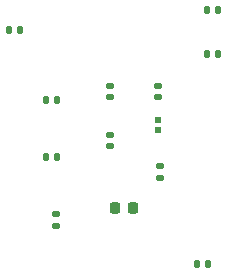
<source format=gbp>
G04 #@! TF.GenerationSoftware,KiCad,Pcbnew,8.0.4*
G04 #@! TF.CreationDate,2024-10-08T15:05:26-04:00*
G04 #@! TF.ProjectId,FULL BOARD,46554c4c-2042-44f4-9152-442e6b696361,rev?*
G04 #@! TF.SameCoordinates,Original*
G04 #@! TF.FileFunction,Paste,Bot*
G04 #@! TF.FilePolarity,Positive*
%FSLAX46Y46*%
G04 Gerber Fmt 4.6, Leading zero omitted, Abs format (unit mm)*
G04 Created by KiCad (PCBNEW 8.0.4) date 2024-10-08 15:05:26*
%MOMM*%
%LPD*%
G01*
G04 APERTURE LIST*
G04 Aperture macros list*
%AMRoundRect*
0 Rectangle with rounded corners*
0 $1 Rounding radius*
0 $2 $3 $4 $5 $6 $7 $8 $9 X,Y pos of 4 corners*
0 Add a 4 corners polygon primitive as box body*
4,1,4,$2,$3,$4,$5,$6,$7,$8,$9,$2,$3,0*
0 Add four circle primitives for the rounded corners*
1,1,$1+$1,$2,$3*
1,1,$1+$1,$4,$5*
1,1,$1+$1,$6,$7*
1,1,$1+$1,$8,$9*
0 Add four rect primitives between the rounded corners*
20,1,$1+$1,$2,$3,$4,$5,0*
20,1,$1+$1,$4,$5,$6,$7,0*
20,1,$1+$1,$6,$7,$8,$9,0*
20,1,$1+$1,$8,$9,$2,$3,0*%
G04 Aperture macros list end*
%ADD10RoundRect,0.140000X-0.140000X-0.170000X0.140000X-0.170000X0.140000X0.170000X-0.140000X0.170000X0*%
%ADD11RoundRect,0.140000X0.140000X0.170000X-0.140000X0.170000X-0.140000X-0.170000X0.140000X-0.170000X0*%
%ADD12RoundRect,0.225000X0.225000X0.250000X-0.225000X0.250000X-0.225000X-0.250000X0.225000X-0.250000X0*%
%ADD13R,0.600000X0.540000*%
%ADD14RoundRect,0.140000X0.170000X-0.140000X0.170000X0.140000X-0.170000X0.140000X-0.170000X-0.140000X0*%
%ADD15RoundRect,0.140000X-0.170000X0.140000X-0.170000X-0.140000X0.170000X-0.140000X0.170000X0.140000X0*%
G04 APERTURE END LIST*
D10*
X182949000Y-97987800D03*
X183909000Y-97987800D03*
X182949000Y-94254000D03*
X183909000Y-94254000D03*
D11*
X183020000Y-115717000D03*
X182060000Y-115717000D03*
D12*
X176670000Y-111018000D03*
X175120000Y-111018000D03*
D11*
X170264000Y-106700000D03*
X169304000Y-106700000D03*
D13*
X178803600Y-103499400D03*
X178803600Y-104363400D03*
D14*
X178801000Y-101592000D03*
X178801000Y-100632000D03*
D10*
X169304000Y-101848600D03*
X170264000Y-101848600D03*
D14*
X174765000Y-101592000D03*
X174765000Y-100632000D03*
D10*
X166157000Y-95905000D03*
X167117000Y-95905000D03*
D15*
X174765000Y-104795000D03*
X174765000Y-105755000D03*
X178956000Y-107462000D03*
X178956000Y-108422000D03*
D14*
X170193000Y-112486000D03*
X170193000Y-111526000D03*
M02*

</source>
